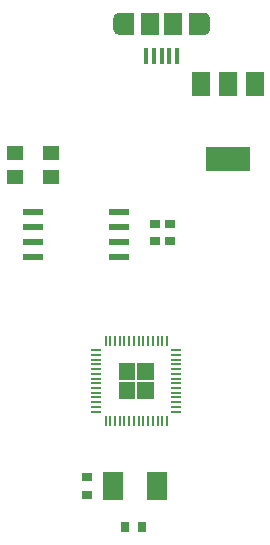
<source format=gbr>
%TF.GenerationSoftware,Altium Limited,Altium Designer,24.10.1 (45)*%
G04 Layer_Color=8421504*
%FSLAX45Y45*%
%MOMM*%
%TF.SameCoordinates,4DA1E9EC-797C-4A4C-9375-46A5AD340D12*%
%TF.FilePolarity,Positive*%
%TF.FileFunction,Paste,Top*%
%TF.Part,Single*%
G01*
G75*
%TA.AperFunction,NonConductor*%
%ADD10C,0.50000*%
%TA.AperFunction,SMDPad,CuDef*%
%ADD11R,0.40000X1.35000*%
%ADD12R,1.50000X1.90000*%
%ADD13R,3.80000X2.00000*%
%ADD14R,1.50000X2.00000*%
%ADD15R,0.81280X0.17780*%
%ADD16R,0.17780X0.81280*%
%ADD18R,0.90000X0.80000*%
%ADD19R,1.45000X1.20000*%
G04:AMPARAMS|DCode=20|XSize=1.61mm|YSize=0.58mm|CornerRadius=0.0725mm|HoleSize=0mm|Usage=FLASHONLY|Rotation=0.000|XOffset=0mm|YOffset=0mm|HoleType=Round|Shape=RoundedRectangle|*
%AMROUNDEDRECTD20*
21,1,1.61000,0.43500,0,0,0.0*
21,1,1.46500,0.58000,0,0,0.0*
1,1,0.14500,0.73250,-0.21750*
1,1,0.14500,-0.73250,-0.21750*
1,1,0.14500,-0.73250,0.21750*
1,1,0.14500,0.73250,0.21750*
%
%ADD20ROUNDEDRECTD20*%
%ADD21R,1.70000X2.40000*%
%ADD22R,0.80000X0.90000*%
%ADD23R,0.90000X0.70000*%
G36*
X2947000Y4695400D02*
X2897001D01*
Y4785403D01*
X2946998D01*
X2947000Y4695400D01*
D02*
G37*
G36*
X2176999Y4695397D02*
X2127002D01*
X2127000Y4785400D01*
X2176999D01*
Y4695397D01*
D02*
G37*
G36*
X2897000Y4645400D02*
X2767000D01*
Y4835400D01*
X2897000D01*
Y4645400D01*
D02*
G37*
G36*
X2307000D02*
X2177000D01*
Y4835400D01*
X2307000D01*
Y4645400D01*
D02*
G37*
G36*
X2471920Y1727040D02*
X2331900D01*
Y1867060D01*
X2471920D01*
Y1727040D01*
D02*
G37*
G36*
X2311900D02*
X2171880D01*
Y1867060D01*
X2311900D01*
Y1727040D01*
D02*
G37*
G36*
X2471920Y1567020D02*
X2331900D01*
Y1707040D01*
X2471920D01*
Y1567020D01*
D02*
G37*
G36*
X2311900D02*
X2171880D01*
Y1707040D01*
X2311900D01*
Y1567020D01*
D02*
G37*
D10*
X2922000Y4785400D02*
G03*
X2922000Y4785400I-25000J0D01*
G01*
Y4695400D02*
G03*
X2922000Y4695400I-25000J0D01*
G01*
X2202000Y4785400D02*
G03*
X2202000Y4785400I-25000J0D01*
G01*
Y4695400D02*
G03*
X2202000Y4695400I-25000J0D01*
G01*
D11*
X2667000Y4470400D02*
D03*
X2602000D02*
D03*
X2537000D02*
D03*
X2472000D02*
D03*
X2407000D02*
D03*
D12*
X2637000Y4740400D02*
D03*
X2437000D02*
D03*
D13*
X3098800Y3596600D02*
D03*
D14*
X2868800Y4226600D02*
D03*
X3098800D02*
D03*
X3328800D02*
D03*
D15*
X1981540Y1977040D02*
D03*
Y1937040D02*
D03*
Y1897040D02*
D03*
Y1857040D02*
D03*
Y1817040D02*
D03*
Y1777040D02*
D03*
Y1737040D02*
D03*
Y1697040D02*
D03*
Y1657040D02*
D03*
Y1617040D02*
D03*
Y1577040D02*
D03*
Y1537040D02*
D03*
Y1497040D02*
D03*
Y1457040D02*
D03*
X2662260D02*
D03*
Y1497040D02*
D03*
Y1537040D02*
D03*
Y1577040D02*
D03*
Y1617040D02*
D03*
Y1657040D02*
D03*
Y1697040D02*
D03*
Y1737040D02*
D03*
Y1777040D02*
D03*
Y1817040D02*
D03*
Y1857040D02*
D03*
Y1897040D02*
D03*
Y1937040D02*
D03*
Y1977040D02*
D03*
D16*
X2061900Y1376680D02*
D03*
X2101900D02*
D03*
X2141900D02*
D03*
X2181900D02*
D03*
X2221900D02*
D03*
X2261900D02*
D03*
X2301900D02*
D03*
X2341900D02*
D03*
X2381900D02*
D03*
X2421900D02*
D03*
X2461900D02*
D03*
X2501900D02*
D03*
X2541900D02*
D03*
X2581900D02*
D03*
Y2057400D02*
D03*
X2541900D02*
D03*
X2501900D02*
D03*
X2461900D02*
D03*
X2421900D02*
D03*
X2381900D02*
D03*
X2341900D02*
D03*
X2301900D02*
D03*
X2261900D02*
D03*
X2221900D02*
D03*
X2181900D02*
D03*
X2141900D02*
D03*
X2101900D02*
D03*
X2061900D02*
D03*
D18*
X1905000Y899299D02*
D03*
Y749300D02*
D03*
D19*
X1600200Y3443300D02*
D03*
Y3643300D02*
D03*
X1295400Y3443300D02*
D03*
Y3643300D02*
D03*
D20*
X2171700Y3149600D02*
D03*
Y3022600D02*
D03*
Y2895600D02*
D03*
Y2768600D02*
D03*
X1450700D02*
D03*
Y2895600D02*
D03*
Y3022600D02*
D03*
Y3149600D02*
D03*
D21*
X2126400Y825500D02*
D03*
X2496400D02*
D03*
D22*
X2223701Y482600D02*
D03*
X2373699D02*
D03*
D23*
X2476500Y2901800D02*
D03*
Y3041800D02*
D03*
X2603500Y2901800D02*
D03*
Y3041800D02*
D03*
%TF.MD5,06119c0125bdc6238a829fd4daa76c5d*%
M02*

</source>
